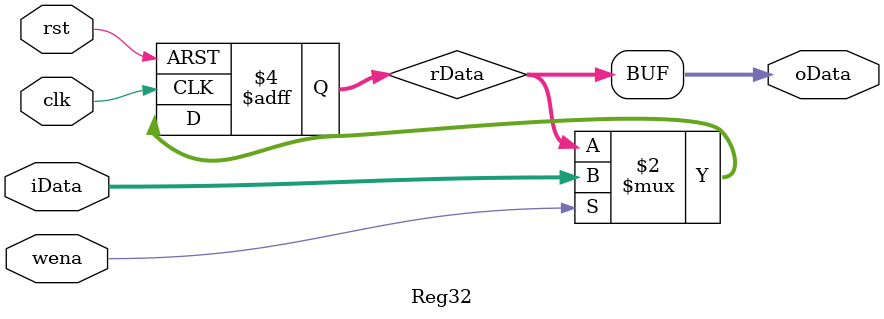
<source format=v>
`timescale 1ns / 1ps

module Reg32 #(
        parameter INIT_VALUE = 32'b0
    ) (
        input wire clk,
        input wire rst,
        input wire wena,
        input wire [31:0] iData,
        output wire [31:0] oData
    );

    reg [31:0] rData;

    always @ (posedge clk or posedge rst) begin
        if (rst) rData <= INIT_VALUE;
        else if (wena) rData <= iData;
    end

    assign oData = rData;

endmodule

</source>
